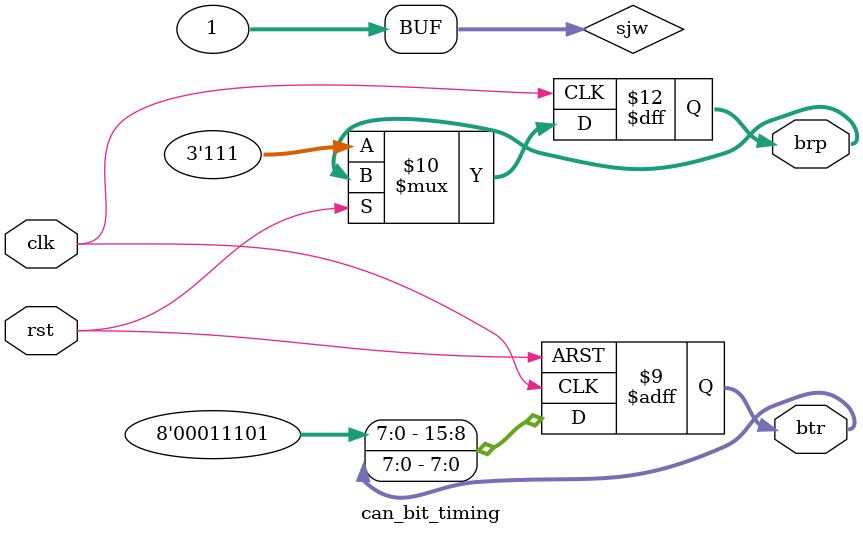
<source format=v>
`timescale 1ns / 1ps


module can_bit_timing #(
  parameter integer F_CPU = 100000000,  //CLK frequency (Hz)
  parameter integer BIT_RATE = 500000     //CAN bus bit rate (bps)
) (
  input clk,
  input rst,
  output reg [15:0] btr,  //Baud Rate Prescaler (BTR[15:10]) and SJW (BTR[9:8])
  output reg [2:0] brp   //Baud Rate Prescaler (BRP[2:0]) for MCP2515
);

integer sjw = 1;  //SJW(Synchronization Jump Width) - adjust(1-4)
integer brp_val;

integer NOMINAL_TQ = F_CPU / BIT_RATE;  // Nominal Time Quantum (in clock cycles)

always @(posedge clk or posedge rst) begin
  if (rst) begin
    btr <= 16'd0;
    end
  else begin
    // Calculate BTR based on desired bit rate and system clock
    NOMINAL_TQ = F_CPU / BIT_RATE;  // Calculate NOMINAL_TQ
    brp_val = NOMINAL_TQ > 0 ? NOMINAL_TQ - 1 : 0;  // Ensure positive BRP_VAL

    // Ensure BRP doesn't exceed limits
    brp_val = (brp_val > (F_CPU / 10000) - 1) ? (F_CPU / 10000) - 1 : brp_val;  // MCP2515 BRP range (1-64)

    // Extract BRP for MCP2515 (3 bits) and configure BTR register
    brp = brp_val[2:0];  // Assign BRP to wire on first positive clock edge after reset
    btr[15:10] = brp_val[7:0];  // BRP value for registers (might not be used for MCP2515)
    btr[9:8] = sjw;             // SJW value for registers
  end
end
endmodule

</source>
